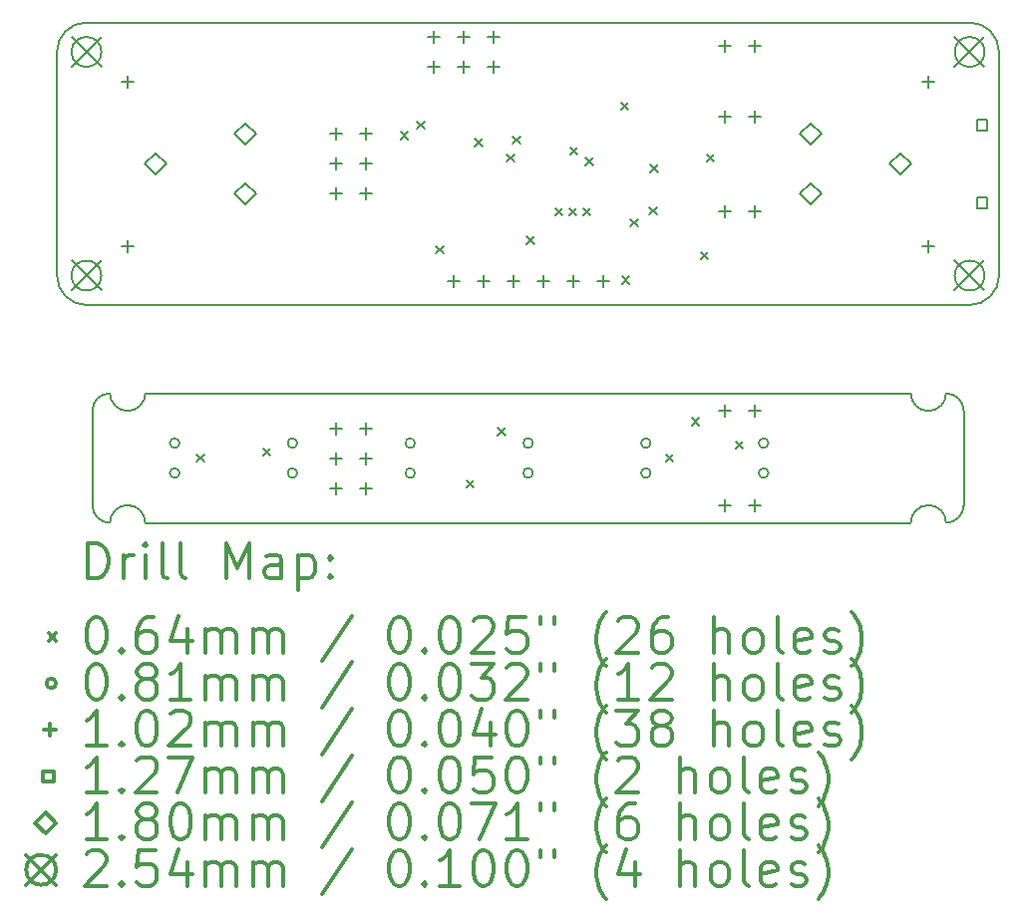
<source format=gbr>
%FSLAX45Y45*%
G04 Gerber Fmt 4.5, Leading zero omitted, Abs format (unit mm)*
G04 Created by KiCad (PCBNEW (2014-12-11 BZR 5320)-product) date Tue Feb  3 18:01:35 2015*
%MOMM*%
G01*
G04 APERTURE LIST*
%ADD10C,0.127000*%
%ADD11C,0.150000*%
%ADD12C,0.200000*%
%ADD13C,0.300000*%
G04 APERTURE END LIST*
D10*
D11*
X7350000Y-6950000D02*
X7450000Y-6950000D01*
X7350000Y-6200000D02*
X7450000Y-6200000D01*
X7450000Y-6950000D02*
X10650000Y-6950000D01*
X7350000Y-6950000D02*
X4150000Y-6950000D01*
X11100000Y-7900000D02*
X11100000Y-7100000D01*
X4150000Y-8050000D02*
X10650000Y-8050000D01*
X3700000Y-7100000D02*
X3700000Y-7900000D01*
X10950000Y-8050000D02*
G75*
G03X11100000Y-7900000I0J150000D01*
G01*
X11100000Y-7100000D02*
G75*
G03X10950000Y-6950000I-150000J0D01*
G01*
X3700000Y-7900000D02*
G75*
G03X3850000Y-8050000I150000J0D01*
G01*
X3850000Y-6950000D02*
G75*
G03X3700000Y-7100000I0J-150000D01*
G01*
X10950000Y-8050000D02*
G75*
G03X10800000Y-7900000I-150000J0D01*
G01*
X10800000Y-7900000D02*
G75*
G03X10650000Y-8050000I0J-150000D01*
G01*
X10800000Y-7100000D02*
G75*
G03X10950000Y-6950000I0J150000D01*
G01*
X10650000Y-6950000D02*
G75*
G03X10800000Y-7100000I150000J0D01*
G01*
X4150000Y-8050000D02*
G75*
G03X4000000Y-7900000I-150000J0D01*
G01*
X4000000Y-7900000D02*
G75*
G03X3850000Y-8050000I0J-150000D01*
G01*
X3850000Y-6950000D02*
G75*
G03X4000000Y-7100000I150000J0D01*
G01*
X4000000Y-7100000D02*
G75*
G03X4150000Y-6950000I0J150000D01*
G01*
X11150000Y-3800000D02*
X3650000Y-3800000D01*
X11400000Y-5950000D02*
X11400000Y-4050000D01*
X7450000Y-6200000D02*
X11150000Y-6200000D01*
X3650000Y-6200000D02*
X7350000Y-6200000D01*
X3400000Y-4050000D02*
X3400000Y-5950000D01*
X3650000Y-3800000D02*
G75*
G03X3400000Y-4050000I0J-250000D01*
G01*
X3400000Y-5950000D02*
G75*
G03X3650000Y-6200000I250000J0D01*
G01*
X11150000Y-6200000D02*
G75*
G03X11400000Y-5950000I0J250000D01*
G01*
X11400000Y-4050000D02*
G75*
G03X11150000Y-3800000I-250000J0D01*
G01*
D12*
X4588250Y-7468250D02*
X4651750Y-7531750D01*
X4651750Y-7468250D02*
X4588250Y-7531750D01*
X5148250Y-7418250D02*
X5211750Y-7481750D01*
X5211750Y-7418250D02*
X5148250Y-7481750D01*
X6318250Y-4728250D02*
X6381750Y-4791750D01*
X6381750Y-4728250D02*
X6318250Y-4791750D01*
X6458250Y-4638250D02*
X6521750Y-4701750D01*
X6521750Y-4638250D02*
X6458250Y-4701750D01*
X6618250Y-5698250D02*
X6681750Y-5761750D01*
X6681750Y-5698250D02*
X6618250Y-5761750D01*
X6877050Y-7689850D02*
X6940550Y-7753350D01*
X6940550Y-7689850D02*
X6877050Y-7753350D01*
X6948250Y-4788250D02*
X7011750Y-4851750D01*
X7011750Y-4788250D02*
X6948250Y-4851750D01*
X7143250Y-7243250D02*
X7206750Y-7306750D01*
X7206750Y-7243250D02*
X7143250Y-7306750D01*
X7218250Y-4918250D02*
X7281750Y-4981750D01*
X7281750Y-4918250D02*
X7218250Y-4981750D01*
X7268250Y-4768250D02*
X7331750Y-4831750D01*
X7331750Y-4768250D02*
X7268250Y-4831750D01*
X7388250Y-5618250D02*
X7451750Y-5681750D01*
X7451750Y-5618250D02*
X7388250Y-5681750D01*
X7628250Y-5378250D02*
X7691750Y-5441750D01*
X7691750Y-5378250D02*
X7628250Y-5441750D01*
X7748250Y-5378250D02*
X7811750Y-5441750D01*
X7811750Y-5378250D02*
X7748250Y-5441750D01*
X7758250Y-4858250D02*
X7821750Y-4921750D01*
X7821750Y-4858250D02*
X7758250Y-4921750D01*
X7868250Y-5378250D02*
X7931750Y-5441750D01*
X7931750Y-5378250D02*
X7868250Y-5441750D01*
X7888250Y-4948250D02*
X7951750Y-5011750D01*
X7951750Y-4948250D02*
X7888250Y-5011750D01*
X8188250Y-4478250D02*
X8251750Y-4541750D01*
X8251750Y-4478250D02*
X8188250Y-4541750D01*
X8198250Y-5958250D02*
X8261750Y-6021750D01*
X8261750Y-5958250D02*
X8198250Y-6021750D01*
X8268250Y-5468250D02*
X8331750Y-5531750D01*
X8331750Y-5468250D02*
X8268250Y-5531750D01*
X8428250Y-5368250D02*
X8491750Y-5431750D01*
X8491750Y-5368250D02*
X8428250Y-5431750D01*
X8438250Y-5008250D02*
X8501750Y-5071750D01*
X8501750Y-5008250D02*
X8438250Y-5071750D01*
X8568250Y-7468250D02*
X8631750Y-7531750D01*
X8631750Y-7468250D02*
X8568250Y-7531750D01*
X8788250Y-7158250D02*
X8851750Y-7221750D01*
X8851750Y-7158250D02*
X8788250Y-7221750D01*
X8868250Y-5748250D02*
X8931750Y-5811750D01*
X8931750Y-5748250D02*
X8868250Y-5811750D01*
X8918250Y-4918250D02*
X8981750Y-4981750D01*
X8981750Y-4918250D02*
X8918250Y-4981750D01*
X9163050Y-7359650D02*
X9226550Y-7423150D01*
X9226550Y-7359650D02*
X9163050Y-7423150D01*
X4440640Y-7373000D02*
G75*
G03X4440640Y-7373000I-40640J0D01*
G01*
X4440640Y-7627000D02*
G75*
G03X4440640Y-7627000I-40640J0D01*
G01*
X5440640Y-7373000D02*
G75*
G03X5440640Y-7373000I-40640J0D01*
G01*
X5440640Y-7627000D02*
G75*
G03X5440640Y-7627000I-40640J0D01*
G01*
X6440640Y-7373000D02*
G75*
G03X6440640Y-7373000I-40640J0D01*
G01*
X6440640Y-7627000D02*
G75*
G03X6440640Y-7627000I-40640J0D01*
G01*
X7440640Y-7373000D02*
G75*
G03X7440640Y-7373000I-40640J0D01*
G01*
X7440640Y-7627000D02*
G75*
G03X7440640Y-7627000I-40640J0D01*
G01*
X8440640Y-7373000D02*
G75*
G03X8440640Y-7373000I-40640J0D01*
G01*
X8440640Y-7627000D02*
G75*
G03X8440640Y-7627000I-40640J0D01*
G01*
X9440640Y-7373000D02*
G75*
G03X9440640Y-7373000I-40640J0D01*
G01*
X9440640Y-7627000D02*
G75*
G03X9440640Y-7627000I-40640J0D01*
G01*
X4000000Y-4249200D02*
X4000000Y-4350800D01*
X3949200Y-4300000D02*
X4050800Y-4300000D01*
X4000000Y-5649200D02*
X4000000Y-5750800D01*
X3949200Y-5700000D02*
X4050800Y-5700000D01*
X5773000Y-4695200D02*
X5773000Y-4796800D01*
X5722200Y-4746000D02*
X5823800Y-4746000D01*
X5773000Y-4949200D02*
X5773000Y-5050800D01*
X5722200Y-5000000D02*
X5823800Y-5000000D01*
X5773000Y-5203200D02*
X5773000Y-5304800D01*
X5722200Y-5254000D02*
X5823800Y-5254000D01*
X5773000Y-7195200D02*
X5773000Y-7296800D01*
X5722200Y-7246000D02*
X5823800Y-7246000D01*
X5773000Y-7449200D02*
X5773000Y-7550800D01*
X5722200Y-7500000D02*
X5823800Y-7500000D01*
X5773000Y-7703200D02*
X5773000Y-7804800D01*
X5722200Y-7754000D02*
X5823800Y-7754000D01*
X6027000Y-4695200D02*
X6027000Y-4796800D01*
X5976200Y-4746000D02*
X6077800Y-4746000D01*
X6027000Y-4949200D02*
X6027000Y-5050800D01*
X5976200Y-5000000D02*
X6077800Y-5000000D01*
X6027000Y-5203200D02*
X6027000Y-5304800D01*
X5976200Y-5254000D02*
X6077800Y-5254000D01*
X6027000Y-7195200D02*
X6027000Y-7296800D01*
X5976200Y-7246000D02*
X6077800Y-7246000D01*
X6027000Y-7449200D02*
X6027000Y-7550800D01*
X5976200Y-7500000D02*
X6077800Y-7500000D01*
X6027000Y-7703200D02*
X6027000Y-7804800D01*
X5976200Y-7754000D02*
X6077800Y-7754000D01*
X6596000Y-3872200D02*
X6596000Y-3973800D01*
X6545200Y-3923000D02*
X6646800Y-3923000D01*
X6596000Y-4126200D02*
X6596000Y-4227800D01*
X6545200Y-4177000D02*
X6646800Y-4177000D01*
X6765000Y-5949200D02*
X6765000Y-6050800D01*
X6714200Y-6000000D02*
X6815800Y-6000000D01*
X6850000Y-3872200D02*
X6850000Y-3973800D01*
X6799200Y-3923000D02*
X6900800Y-3923000D01*
X6850000Y-4126200D02*
X6850000Y-4227800D01*
X6799200Y-4177000D02*
X6900800Y-4177000D01*
X7019000Y-5949200D02*
X7019000Y-6050800D01*
X6968200Y-6000000D02*
X7069800Y-6000000D01*
X7104000Y-3872200D02*
X7104000Y-3973800D01*
X7053200Y-3923000D02*
X7154800Y-3923000D01*
X7104000Y-4126200D02*
X7104000Y-4227800D01*
X7053200Y-4177000D02*
X7154800Y-4177000D01*
X7273000Y-5949200D02*
X7273000Y-6050800D01*
X7222200Y-6000000D02*
X7323800Y-6000000D01*
X7527000Y-5949200D02*
X7527000Y-6050800D01*
X7476200Y-6000000D02*
X7577800Y-6000000D01*
X7781000Y-5949200D02*
X7781000Y-6050800D01*
X7730200Y-6000000D02*
X7831800Y-6000000D01*
X8035000Y-5949200D02*
X8035000Y-6050800D01*
X7984200Y-6000000D02*
X8085800Y-6000000D01*
X9073000Y-3949200D02*
X9073000Y-4050800D01*
X9022200Y-4000000D02*
X9123800Y-4000000D01*
X9073000Y-4549200D02*
X9073000Y-4650800D01*
X9022200Y-4600000D02*
X9123800Y-4600000D01*
X9073000Y-5349200D02*
X9073000Y-5450800D01*
X9022200Y-5400000D02*
X9123800Y-5400000D01*
X9073000Y-7049200D02*
X9073000Y-7150800D01*
X9022200Y-7100000D02*
X9123800Y-7100000D01*
X9073000Y-7849200D02*
X9073000Y-7950800D01*
X9022200Y-7900000D02*
X9123800Y-7900000D01*
X9327000Y-3949200D02*
X9327000Y-4050800D01*
X9276200Y-4000000D02*
X9377800Y-4000000D01*
X9327000Y-4549200D02*
X9327000Y-4650800D01*
X9276200Y-4600000D02*
X9377800Y-4600000D01*
X9327000Y-5349200D02*
X9327000Y-5450800D01*
X9276200Y-5400000D02*
X9377800Y-5400000D01*
X9327000Y-7049200D02*
X9327000Y-7150800D01*
X9276200Y-7100000D02*
X9377800Y-7100000D01*
X9327000Y-7849200D02*
X9327000Y-7950800D01*
X9276200Y-7900000D02*
X9377800Y-7900000D01*
X10800000Y-4249200D02*
X10800000Y-4350800D01*
X10749200Y-4300000D02*
X10850800Y-4300000D01*
X10800000Y-5649200D02*
X10800000Y-5750800D01*
X10749200Y-5700000D02*
X10850800Y-5700000D01*
X11301902Y-4714902D02*
X11301902Y-4625098D01*
X11212098Y-4625098D01*
X11212098Y-4714902D01*
X11301902Y-4714902D01*
X11301902Y-5374902D02*
X11301902Y-5285098D01*
X11212098Y-5285098D01*
X11212098Y-5374902D01*
X11301902Y-5374902D01*
X4238000Y-5090000D02*
X4328000Y-5000000D01*
X4238000Y-4910000D01*
X4148000Y-5000000D01*
X4238000Y-5090000D01*
X5000000Y-4836000D02*
X5090000Y-4746000D01*
X5000000Y-4656000D01*
X4910000Y-4746000D01*
X5000000Y-4836000D01*
X5000000Y-5344000D02*
X5090000Y-5254000D01*
X5000000Y-5164000D01*
X4910000Y-5254000D01*
X5000000Y-5344000D01*
X9800000Y-4836000D02*
X9890000Y-4746000D01*
X9800000Y-4656000D01*
X9710000Y-4746000D01*
X9800000Y-4836000D01*
X9800000Y-5344000D02*
X9890000Y-5254000D01*
X9800000Y-5164000D01*
X9710000Y-5254000D01*
X9800000Y-5344000D01*
X10562000Y-5090000D02*
X10652000Y-5000000D01*
X10562000Y-4910000D01*
X10472000Y-5000000D01*
X10562000Y-5090000D01*
X3523000Y-3923000D02*
X3777000Y-4177000D01*
X3777000Y-3923000D02*
X3523000Y-4177000D01*
X3777000Y-4050000D02*
G75*
G03X3777000Y-4050000I-127000J0D01*
G01*
X3523000Y-5823000D02*
X3777000Y-6077000D01*
X3777000Y-5823000D02*
X3523000Y-6077000D01*
X3777000Y-5950000D02*
G75*
G03X3777000Y-5950000I-127000J0D01*
G01*
X11023000Y-3923000D02*
X11277000Y-4177000D01*
X11277000Y-3923000D02*
X11023000Y-4177000D01*
X11277000Y-4050000D02*
G75*
G03X11277000Y-4050000I-127000J0D01*
G01*
X11023000Y-5823000D02*
X11277000Y-6077000D01*
X11277000Y-5823000D02*
X11023000Y-6077000D01*
X11277000Y-5950000D02*
G75*
G03X11277000Y-5950000I-127000J0D01*
G01*
D13*
X3663928Y-8523214D02*
X3663928Y-8223214D01*
X3735357Y-8223214D01*
X3778214Y-8237500D01*
X3806786Y-8266071D01*
X3821071Y-8294643D01*
X3835357Y-8351786D01*
X3835357Y-8394643D01*
X3821071Y-8451786D01*
X3806786Y-8480357D01*
X3778214Y-8508929D01*
X3735357Y-8523214D01*
X3663928Y-8523214D01*
X3963928Y-8523214D02*
X3963928Y-8323214D01*
X3963928Y-8380357D02*
X3978214Y-8351786D01*
X3992500Y-8337500D01*
X4021071Y-8323214D01*
X4049643Y-8323214D01*
X4149643Y-8523214D02*
X4149643Y-8323214D01*
X4149643Y-8223214D02*
X4135357Y-8237500D01*
X4149643Y-8251786D01*
X4163928Y-8237500D01*
X4149643Y-8223214D01*
X4149643Y-8251786D01*
X4335357Y-8523214D02*
X4306786Y-8508929D01*
X4292500Y-8480357D01*
X4292500Y-8223214D01*
X4492500Y-8523214D02*
X4463929Y-8508929D01*
X4449643Y-8480357D01*
X4449643Y-8223214D01*
X4835357Y-8523214D02*
X4835357Y-8223214D01*
X4935357Y-8437500D01*
X5035357Y-8223214D01*
X5035357Y-8523214D01*
X5306786Y-8523214D02*
X5306786Y-8366071D01*
X5292500Y-8337500D01*
X5263929Y-8323214D01*
X5206786Y-8323214D01*
X5178214Y-8337500D01*
X5306786Y-8508929D02*
X5278214Y-8523214D01*
X5206786Y-8523214D01*
X5178214Y-8508929D01*
X5163929Y-8480357D01*
X5163929Y-8451786D01*
X5178214Y-8423214D01*
X5206786Y-8408929D01*
X5278214Y-8408929D01*
X5306786Y-8394643D01*
X5449643Y-8323214D02*
X5449643Y-8623214D01*
X5449643Y-8337500D02*
X5478214Y-8323214D01*
X5535357Y-8323214D01*
X5563929Y-8337500D01*
X5578214Y-8351786D01*
X5592500Y-8380357D01*
X5592500Y-8466072D01*
X5578214Y-8494643D01*
X5563929Y-8508929D01*
X5535357Y-8523214D01*
X5478214Y-8523214D01*
X5449643Y-8508929D01*
X5721071Y-8494643D02*
X5735357Y-8508929D01*
X5721071Y-8523214D01*
X5706786Y-8508929D01*
X5721071Y-8494643D01*
X5721071Y-8523214D01*
X5721071Y-8337500D02*
X5735357Y-8351786D01*
X5721071Y-8366071D01*
X5706786Y-8351786D01*
X5721071Y-8337500D01*
X5721071Y-8366071D01*
X3329000Y-8985750D02*
X3392500Y-9049250D01*
X3392500Y-8985750D02*
X3329000Y-9049250D01*
X3721071Y-8853214D02*
X3749643Y-8853214D01*
X3778214Y-8867500D01*
X3792500Y-8881786D01*
X3806786Y-8910357D01*
X3821071Y-8967500D01*
X3821071Y-9038929D01*
X3806786Y-9096072D01*
X3792500Y-9124643D01*
X3778214Y-9138929D01*
X3749643Y-9153214D01*
X3721071Y-9153214D01*
X3692500Y-9138929D01*
X3678214Y-9124643D01*
X3663928Y-9096072D01*
X3649643Y-9038929D01*
X3649643Y-8967500D01*
X3663928Y-8910357D01*
X3678214Y-8881786D01*
X3692500Y-8867500D01*
X3721071Y-8853214D01*
X3949643Y-9124643D02*
X3963928Y-9138929D01*
X3949643Y-9153214D01*
X3935357Y-9138929D01*
X3949643Y-9124643D01*
X3949643Y-9153214D01*
X4221071Y-8853214D02*
X4163928Y-8853214D01*
X4135357Y-8867500D01*
X4121071Y-8881786D01*
X4092500Y-8924643D01*
X4078214Y-8981786D01*
X4078214Y-9096072D01*
X4092500Y-9124643D01*
X4106786Y-9138929D01*
X4135357Y-9153214D01*
X4192500Y-9153214D01*
X4221071Y-9138929D01*
X4235357Y-9124643D01*
X4249643Y-9096072D01*
X4249643Y-9024643D01*
X4235357Y-8996072D01*
X4221071Y-8981786D01*
X4192500Y-8967500D01*
X4135357Y-8967500D01*
X4106786Y-8981786D01*
X4092500Y-8996072D01*
X4078214Y-9024643D01*
X4506786Y-8953214D02*
X4506786Y-9153214D01*
X4435357Y-8838929D02*
X4363929Y-9053214D01*
X4549643Y-9053214D01*
X4663929Y-9153214D02*
X4663929Y-8953214D01*
X4663929Y-8981786D02*
X4678214Y-8967500D01*
X4706786Y-8953214D01*
X4749643Y-8953214D01*
X4778214Y-8967500D01*
X4792500Y-8996072D01*
X4792500Y-9153214D01*
X4792500Y-8996072D02*
X4806786Y-8967500D01*
X4835357Y-8953214D01*
X4878214Y-8953214D01*
X4906786Y-8967500D01*
X4921071Y-8996072D01*
X4921071Y-9153214D01*
X5063929Y-9153214D02*
X5063929Y-8953214D01*
X5063929Y-8981786D02*
X5078214Y-8967500D01*
X5106786Y-8953214D01*
X5149643Y-8953214D01*
X5178214Y-8967500D01*
X5192500Y-8996072D01*
X5192500Y-9153214D01*
X5192500Y-8996072D02*
X5206786Y-8967500D01*
X5235357Y-8953214D01*
X5278214Y-8953214D01*
X5306786Y-8967500D01*
X5321071Y-8996072D01*
X5321071Y-9153214D01*
X5906786Y-8838929D02*
X5649643Y-9224643D01*
X6292500Y-8853214D02*
X6321071Y-8853214D01*
X6349643Y-8867500D01*
X6363928Y-8881786D01*
X6378214Y-8910357D01*
X6392500Y-8967500D01*
X6392500Y-9038929D01*
X6378214Y-9096072D01*
X6363928Y-9124643D01*
X6349643Y-9138929D01*
X6321071Y-9153214D01*
X6292500Y-9153214D01*
X6263928Y-9138929D01*
X6249643Y-9124643D01*
X6235357Y-9096072D01*
X6221071Y-9038929D01*
X6221071Y-8967500D01*
X6235357Y-8910357D01*
X6249643Y-8881786D01*
X6263928Y-8867500D01*
X6292500Y-8853214D01*
X6521071Y-9124643D02*
X6535357Y-9138929D01*
X6521071Y-9153214D01*
X6506786Y-9138929D01*
X6521071Y-9124643D01*
X6521071Y-9153214D01*
X6721071Y-8853214D02*
X6749643Y-8853214D01*
X6778214Y-8867500D01*
X6792500Y-8881786D01*
X6806785Y-8910357D01*
X6821071Y-8967500D01*
X6821071Y-9038929D01*
X6806785Y-9096072D01*
X6792500Y-9124643D01*
X6778214Y-9138929D01*
X6749643Y-9153214D01*
X6721071Y-9153214D01*
X6692500Y-9138929D01*
X6678214Y-9124643D01*
X6663928Y-9096072D01*
X6649643Y-9038929D01*
X6649643Y-8967500D01*
X6663928Y-8910357D01*
X6678214Y-8881786D01*
X6692500Y-8867500D01*
X6721071Y-8853214D01*
X6935357Y-8881786D02*
X6949643Y-8867500D01*
X6978214Y-8853214D01*
X7049643Y-8853214D01*
X7078214Y-8867500D01*
X7092500Y-8881786D01*
X7106785Y-8910357D01*
X7106785Y-8938929D01*
X7092500Y-8981786D01*
X6921071Y-9153214D01*
X7106785Y-9153214D01*
X7378214Y-8853214D02*
X7235357Y-8853214D01*
X7221071Y-8996072D01*
X7235357Y-8981786D01*
X7263928Y-8967500D01*
X7335357Y-8967500D01*
X7363928Y-8981786D01*
X7378214Y-8996072D01*
X7392500Y-9024643D01*
X7392500Y-9096072D01*
X7378214Y-9124643D01*
X7363928Y-9138929D01*
X7335357Y-9153214D01*
X7263928Y-9153214D01*
X7235357Y-9138929D01*
X7221071Y-9124643D01*
X7506786Y-8853214D02*
X7506786Y-8910357D01*
X7621071Y-8853214D02*
X7621071Y-8910357D01*
X8063928Y-9267500D02*
X8049643Y-9253214D01*
X8021071Y-9210357D01*
X8006785Y-9181786D01*
X7992500Y-9138929D01*
X7978214Y-9067500D01*
X7978214Y-9010357D01*
X7992500Y-8938929D01*
X8006785Y-8896072D01*
X8021071Y-8867500D01*
X8049643Y-8824643D01*
X8063928Y-8810357D01*
X8163928Y-8881786D02*
X8178214Y-8867500D01*
X8206785Y-8853214D01*
X8278214Y-8853214D01*
X8306785Y-8867500D01*
X8321071Y-8881786D01*
X8335357Y-8910357D01*
X8335357Y-8938929D01*
X8321071Y-8981786D01*
X8149643Y-9153214D01*
X8335357Y-9153214D01*
X8592500Y-8853214D02*
X8535357Y-8853214D01*
X8506786Y-8867500D01*
X8492500Y-8881786D01*
X8463928Y-8924643D01*
X8449643Y-8981786D01*
X8449643Y-9096072D01*
X8463928Y-9124643D01*
X8478214Y-9138929D01*
X8506786Y-9153214D01*
X8563928Y-9153214D01*
X8592500Y-9138929D01*
X8606786Y-9124643D01*
X8621071Y-9096072D01*
X8621071Y-9024643D01*
X8606786Y-8996072D01*
X8592500Y-8981786D01*
X8563928Y-8967500D01*
X8506786Y-8967500D01*
X8478214Y-8981786D01*
X8463928Y-8996072D01*
X8449643Y-9024643D01*
X8978214Y-9153214D02*
X8978214Y-8853214D01*
X9106786Y-9153214D02*
X9106786Y-8996072D01*
X9092500Y-8967500D01*
X9063928Y-8953214D01*
X9021071Y-8953214D01*
X8992500Y-8967500D01*
X8978214Y-8981786D01*
X9292500Y-9153214D02*
X9263928Y-9138929D01*
X9249643Y-9124643D01*
X9235357Y-9096072D01*
X9235357Y-9010357D01*
X9249643Y-8981786D01*
X9263928Y-8967500D01*
X9292500Y-8953214D01*
X9335357Y-8953214D01*
X9363928Y-8967500D01*
X9378214Y-8981786D01*
X9392500Y-9010357D01*
X9392500Y-9096072D01*
X9378214Y-9124643D01*
X9363928Y-9138929D01*
X9335357Y-9153214D01*
X9292500Y-9153214D01*
X9563928Y-9153214D02*
X9535357Y-9138929D01*
X9521071Y-9110357D01*
X9521071Y-8853214D01*
X9792500Y-9138929D02*
X9763929Y-9153214D01*
X9706786Y-9153214D01*
X9678214Y-9138929D01*
X9663929Y-9110357D01*
X9663929Y-8996072D01*
X9678214Y-8967500D01*
X9706786Y-8953214D01*
X9763929Y-8953214D01*
X9792500Y-8967500D01*
X9806786Y-8996072D01*
X9806786Y-9024643D01*
X9663929Y-9053214D01*
X9921071Y-9138929D02*
X9949643Y-9153214D01*
X10006786Y-9153214D01*
X10035357Y-9138929D01*
X10049643Y-9110357D01*
X10049643Y-9096072D01*
X10035357Y-9067500D01*
X10006786Y-9053214D01*
X9963929Y-9053214D01*
X9935357Y-9038929D01*
X9921071Y-9010357D01*
X9921071Y-8996072D01*
X9935357Y-8967500D01*
X9963929Y-8953214D01*
X10006786Y-8953214D01*
X10035357Y-8967500D01*
X10149643Y-9267500D02*
X10163929Y-9253214D01*
X10192500Y-9210357D01*
X10206786Y-9181786D01*
X10221071Y-9138929D01*
X10235357Y-9067500D01*
X10235357Y-9010357D01*
X10221071Y-8938929D01*
X10206786Y-8896072D01*
X10192500Y-8867500D01*
X10163929Y-8824643D01*
X10149643Y-8810357D01*
X3392500Y-9413500D02*
G75*
G03X3392500Y-9413500I-40640J0D01*
G01*
X3721071Y-9249214D02*
X3749643Y-9249214D01*
X3778214Y-9263500D01*
X3792500Y-9277786D01*
X3806786Y-9306357D01*
X3821071Y-9363500D01*
X3821071Y-9434929D01*
X3806786Y-9492072D01*
X3792500Y-9520643D01*
X3778214Y-9534929D01*
X3749643Y-9549214D01*
X3721071Y-9549214D01*
X3692500Y-9534929D01*
X3678214Y-9520643D01*
X3663928Y-9492072D01*
X3649643Y-9434929D01*
X3649643Y-9363500D01*
X3663928Y-9306357D01*
X3678214Y-9277786D01*
X3692500Y-9263500D01*
X3721071Y-9249214D01*
X3949643Y-9520643D02*
X3963928Y-9534929D01*
X3949643Y-9549214D01*
X3935357Y-9534929D01*
X3949643Y-9520643D01*
X3949643Y-9549214D01*
X4135357Y-9377786D02*
X4106786Y-9363500D01*
X4092500Y-9349214D01*
X4078214Y-9320643D01*
X4078214Y-9306357D01*
X4092500Y-9277786D01*
X4106786Y-9263500D01*
X4135357Y-9249214D01*
X4192500Y-9249214D01*
X4221071Y-9263500D01*
X4235357Y-9277786D01*
X4249643Y-9306357D01*
X4249643Y-9320643D01*
X4235357Y-9349214D01*
X4221071Y-9363500D01*
X4192500Y-9377786D01*
X4135357Y-9377786D01*
X4106786Y-9392072D01*
X4092500Y-9406357D01*
X4078214Y-9434929D01*
X4078214Y-9492072D01*
X4092500Y-9520643D01*
X4106786Y-9534929D01*
X4135357Y-9549214D01*
X4192500Y-9549214D01*
X4221071Y-9534929D01*
X4235357Y-9520643D01*
X4249643Y-9492072D01*
X4249643Y-9434929D01*
X4235357Y-9406357D01*
X4221071Y-9392072D01*
X4192500Y-9377786D01*
X4535357Y-9549214D02*
X4363929Y-9549214D01*
X4449643Y-9549214D02*
X4449643Y-9249214D01*
X4421071Y-9292072D01*
X4392500Y-9320643D01*
X4363929Y-9334929D01*
X4663929Y-9549214D02*
X4663929Y-9349214D01*
X4663929Y-9377786D02*
X4678214Y-9363500D01*
X4706786Y-9349214D01*
X4749643Y-9349214D01*
X4778214Y-9363500D01*
X4792500Y-9392072D01*
X4792500Y-9549214D01*
X4792500Y-9392072D02*
X4806786Y-9363500D01*
X4835357Y-9349214D01*
X4878214Y-9349214D01*
X4906786Y-9363500D01*
X4921071Y-9392072D01*
X4921071Y-9549214D01*
X5063929Y-9549214D02*
X5063929Y-9349214D01*
X5063929Y-9377786D02*
X5078214Y-9363500D01*
X5106786Y-9349214D01*
X5149643Y-9349214D01*
X5178214Y-9363500D01*
X5192500Y-9392072D01*
X5192500Y-9549214D01*
X5192500Y-9392072D02*
X5206786Y-9363500D01*
X5235357Y-9349214D01*
X5278214Y-9349214D01*
X5306786Y-9363500D01*
X5321071Y-9392072D01*
X5321071Y-9549214D01*
X5906786Y-9234929D02*
X5649643Y-9620643D01*
X6292500Y-9249214D02*
X6321071Y-9249214D01*
X6349643Y-9263500D01*
X6363928Y-9277786D01*
X6378214Y-9306357D01*
X6392500Y-9363500D01*
X6392500Y-9434929D01*
X6378214Y-9492072D01*
X6363928Y-9520643D01*
X6349643Y-9534929D01*
X6321071Y-9549214D01*
X6292500Y-9549214D01*
X6263928Y-9534929D01*
X6249643Y-9520643D01*
X6235357Y-9492072D01*
X6221071Y-9434929D01*
X6221071Y-9363500D01*
X6235357Y-9306357D01*
X6249643Y-9277786D01*
X6263928Y-9263500D01*
X6292500Y-9249214D01*
X6521071Y-9520643D02*
X6535357Y-9534929D01*
X6521071Y-9549214D01*
X6506786Y-9534929D01*
X6521071Y-9520643D01*
X6521071Y-9549214D01*
X6721071Y-9249214D02*
X6749643Y-9249214D01*
X6778214Y-9263500D01*
X6792500Y-9277786D01*
X6806785Y-9306357D01*
X6821071Y-9363500D01*
X6821071Y-9434929D01*
X6806785Y-9492072D01*
X6792500Y-9520643D01*
X6778214Y-9534929D01*
X6749643Y-9549214D01*
X6721071Y-9549214D01*
X6692500Y-9534929D01*
X6678214Y-9520643D01*
X6663928Y-9492072D01*
X6649643Y-9434929D01*
X6649643Y-9363500D01*
X6663928Y-9306357D01*
X6678214Y-9277786D01*
X6692500Y-9263500D01*
X6721071Y-9249214D01*
X6921071Y-9249214D02*
X7106785Y-9249214D01*
X7006785Y-9363500D01*
X7049643Y-9363500D01*
X7078214Y-9377786D01*
X7092500Y-9392072D01*
X7106785Y-9420643D01*
X7106785Y-9492072D01*
X7092500Y-9520643D01*
X7078214Y-9534929D01*
X7049643Y-9549214D01*
X6963928Y-9549214D01*
X6935357Y-9534929D01*
X6921071Y-9520643D01*
X7221071Y-9277786D02*
X7235357Y-9263500D01*
X7263928Y-9249214D01*
X7335357Y-9249214D01*
X7363928Y-9263500D01*
X7378214Y-9277786D01*
X7392500Y-9306357D01*
X7392500Y-9334929D01*
X7378214Y-9377786D01*
X7206785Y-9549214D01*
X7392500Y-9549214D01*
X7506786Y-9249214D02*
X7506786Y-9306357D01*
X7621071Y-9249214D02*
X7621071Y-9306357D01*
X8063928Y-9663500D02*
X8049643Y-9649214D01*
X8021071Y-9606357D01*
X8006785Y-9577786D01*
X7992500Y-9534929D01*
X7978214Y-9463500D01*
X7978214Y-9406357D01*
X7992500Y-9334929D01*
X8006785Y-9292072D01*
X8021071Y-9263500D01*
X8049643Y-9220643D01*
X8063928Y-9206357D01*
X8335357Y-9549214D02*
X8163928Y-9549214D01*
X8249643Y-9549214D02*
X8249643Y-9249214D01*
X8221071Y-9292072D01*
X8192500Y-9320643D01*
X8163928Y-9334929D01*
X8449643Y-9277786D02*
X8463928Y-9263500D01*
X8492500Y-9249214D01*
X8563928Y-9249214D01*
X8592500Y-9263500D01*
X8606786Y-9277786D01*
X8621071Y-9306357D01*
X8621071Y-9334929D01*
X8606786Y-9377786D01*
X8435357Y-9549214D01*
X8621071Y-9549214D01*
X8978214Y-9549214D02*
X8978214Y-9249214D01*
X9106786Y-9549214D02*
X9106786Y-9392072D01*
X9092500Y-9363500D01*
X9063928Y-9349214D01*
X9021071Y-9349214D01*
X8992500Y-9363500D01*
X8978214Y-9377786D01*
X9292500Y-9549214D02*
X9263928Y-9534929D01*
X9249643Y-9520643D01*
X9235357Y-9492072D01*
X9235357Y-9406357D01*
X9249643Y-9377786D01*
X9263928Y-9363500D01*
X9292500Y-9349214D01*
X9335357Y-9349214D01*
X9363928Y-9363500D01*
X9378214Y-9377786D01*
X9392500Y-9406357D01*
X9392500Y-9492072D01*
X9378214Y-9520643D01*
X9363928Y-9534929D01*
X9335357Y-9549214D01*
X9292500Y-9549214D01*
X9563928Y-9549214D02*
X9535357Y-9534929D01*
X9521071Y-9506357D01*
X9521071Y-9249214D01*
X9792500Y-9534929D02*
X9763929Y-9549214D01*
X9706786Y-9549214D01*
X9678214Y-9534929D01*
X9663929Y-9506357D01*
X9663929Y-9392072D01*
X9678214Y-9363500D01*
X9706786Y-9349214D01*
X9763929Y-9349214D01*
X9792500Y-9363500D01*
X9806786Y-9392072D01*
X9806786Y-9420643D01*
X9663929Y-9449214D01*
X9921071Y-9534929D02*
X9949643Y-9549214D01*
X10006786Y-9549214D01*
X10035357Y-9534929D01*
X10049643Y-9506357D01*
X10049643Y-9492072D01*
X10035357Y-9463500D01*
X10006786Y-9449214D01*
X9963929Y-9449214D01*
X9935357Y-9434929D01*
X9921071Y-9406357D01*
X9921071Y-9392072D01*
X9935357Y-9363500D01*
X9963929Y-9349214D01*
X10006786Y-9349214D01*
X10035357Y-9363500D01*
X10149643Y-9663500D02*
X10163929Y-9649214D01*
X10192500Y-9606357D01*
X10206786Y-9577786D01*
X10221071Y-9534929D01*
X10235357Y-9463500D01*
X10235357Y-9406357D01*
X10221071Y-9334929D01*
X10206786Y-9292072D01*
X10192500Y-9263500D01*
X10163929Y-9220643D01*
X10149643Y-9206357D01*
X3341700Y-9758700D02*
X3341700Y-9860300D01*
X3290900Y-9809500D02*
X3392500Y-9809500D01*
X3821071Y-9945214D02*
X3649643Y-9945214D01*
X3735357Y-9945214D02*
X3735357Y-9645214D01*
X3706786Y-9688072D01*
X3678214Y-9716643D01*
X3649643Y-9730929D01*
X3949643Y-9916643D02*
X3963928Y-9930929D01*
X3949643Y-9945214D01*
X3935357Y-9930929D01*
X3949643Y-9916643D01*
X3949643Y-9945214D01*
X4149643Y-9645214D02*
X4178214Y-9645214D01*
X4206786Y-9659500D01*
X4221071Y-9673786D01*
X4235357Y-9702357D01*
X4249643Y-9759500D01*
X4249643Y-9830929D01*
X4235357Y-9888072D01*
X4221071Y-9916643D01*
X4206786Y-9930929D01*
X4178214Y-9945214D01*
X4149643Y-9945214D01*
X4121071Y-9930929D01*
X4106786Y-9916643D01*
X4092500Y-9888072D01*
X4078214Y-9830929D01*
X4078214Y-9759500D01*
X4092500Y-9702357D01*
X4106786Y-9673786D01*
X4121071Y-9659500D01*
X4149643Y-9645214D01*
X4363929Y-9673786D02*
X4378214Y-9659500D01*
X4406786Y-9645214D01*
X4478214Y-9645214D01*
X4506786Y-9659500D01*
X4521071Y-9673786D01*
X4535357Y-9702357D01*
X4535357Y-9730929D01*
X4521071Y-9773786D01*
X4349643Y-9945214D01*
X4535357Y-9945214D01*
X4663929Y-9945214D02*
X4663929Y-9745214D01*
X4663929Y-9773786D02*
X4678214Y-9759500D01*
X4706786Y-9745214D01*
X4749643Y-9745214D01*
X4778214Y-9759500D01*
X4792500Y-9788072D01*
X4792500Y-9945214D01*
X4792500Y-9788072D02*
X4806786Y-9759500D01*
X4835357Y-9745214D01*
X4878214Y-9745214D01*
X4906786Y-9759500D01*
X4921071Y-9788072D01*
X4921071Y-9945214D01*
X5063929Y-9945214D02*
X5063929Y-9745214D01*
X5063929Y-9773786D02*
X5078214Y-9759500D01*
X5106786Y-9745214D01*
X5149643Y-9745214D01*
X5178214Y-9759500D01*
X5192500Y-9788072D01*
X5192500Y-9945214D01*
X5192500Y-9788072D02*
X5206786Y-9759500D01*
X5235357Y-9745214D01*
X5278214Y-9745214D01*
X5306786Y-9759500D01*
X5321071Y-9788072D01*
X5321071Y-9945214D01*
X5906786Y-9630929D02*
X5649643Y-10016643D01*
X6292500Y-9645214D02*
X6321071Y-9645214D01*
X6349643Y-9659500D01*
X6363928Y-9673786D01*
X6378214Y-9702357D01*
X6392500Y-9759500D01*
X6392500Y-9830929D01*
X6378214Y-9888072D01*
X6363928Y-9916643D01*
X6349643Y-9930929D01*
X6321071Y-9945214D01*
X6292500Y-9945214D01*
X6263928Y-9930929D01*
X6249643Y-9916643D01*
X6235357Y-9888072D01*
X6221071Y-9830929D01*
X6221071Y-9759500D01*
X6235357Y-9702357D01*
X6249643Y-9673786D01*
X6263928Y-9659500D01*
X6292500Y-9645214D01*
X6521071Y-9916643D02*
X6535357Y-9930929D01*
X6521071Y-9945214D01*
X6506786Y-9930929D01*
X6521071Y-9916643D01*
X6521071Y-9945214D01*
X6721071Y-9645214D02*
X6749643Y-9645214D01*
X6778214Y-9659500D01*
X6792500Y-9673786D01*
X6806785Y-9702357D01*
X6821071Y-9759500D01*
X6821071Y-9830929D01*
X6806785Y-9888072D01*
X6792500Y-9916643D01*
X6778214Y-9930929D01*
X6749643Y-9945214D01*
X6721071Y-9945214D01*
X6692500Y-9930929D01*
X6678214Y-9916643D01*
X6663928Y-9888072D01*
X6649643Y-9830929D01*
X6649643Y-9759500D01*
X6663928Y-9702357D01*
X6678214Y-9673786D01*
X6692500Y-9659500D01*
X6721071Y-9645214D01*
X7078214Y-9745214D02*
X7078214Y-9945214D01*
X7006785Y-9630929D02*
X6935357Y-9845214D01*
X7121071Y-9845214D01*
X7292500Y-9645214D02*
X7321071Y-9645214D01*
X7349643Y-9659500D01*
X7363928Y-9673786D01*
X7378214Y-9702357D01*
X7392500Y-9759500D01*
X7392500Y-9830929D01*
X7378214Y-9888072D01*
X7363928Y-9916643D01*
X7349643Y-9930929D01*
X7321071Y-9945214D01*
X7292500Y-9945214D01*
X7263928Y-9930929D01*
X7249643Y-9916643D01*
X7235357Y-9888072D01*
X7221071Y-9830929D01*
X7221071Y-9759500D01*
X7235357Y-9702357D01*
X7249643Y-9673786D01*
X7263928Y-9659500D01*
X7292500Y-9645214D01*
X7506786Y-9645214D02*
X7506786Y-9702357D01*
X7621071Y-9645214D02*
X7621071Y-9702357D01*
X8063928Y-10059500D02*
X8049643Y-10045214D01*
X8021071Y-10002357D01*
X8006785Y-9973786D01*
X7992500Y-9930929D01*
X7978214Y-9859500D01*
X7978214Y-9802357D01*
X7992500Y-9730929D01*
X8006785Y-9688072D01*
X8021071Y-9659500D01*
X8049643Y-9616643D01*
X8063928Y-9602357D01*
X8149643Y-9645214D02*
X8335357Y-9645214D01*
X8235357Y-9759500D01*
X8278214Y-9759500D01*
X8306785Y-9773786D01*
X8321071Y-9788072D01*
X8335357Y-9816643D01*
X8335357Y-9888072D01*
X8321071Y-9916643D01*
X8306785Y-9930929D01*
X8278214Y-9945214D01*
X8192500Y-9945214D01*
X8163928Y-9930929D01*
X8149643Y-9916643D01*
X8506786Y-9773786D02*
X8478214Y-9759500D01*
X8463928Y-9745214D01*
X8449643Y-9716643D01*
X8449643Y-9702357D01*
X8463928Y-9673786D01*
X8478214Y-9659500D01*
X8506786Y-9645214D01*
X8563928Y-9645214D01*
X8592500Y-9659500D01*
X8606786Y-9673786D01*
X8621071Y-9702357D01*
X8621071Y-9716643D01*
X8606786Y-9745214D01*
X8592500Y-9759500D01*
X8563928Y-9773786D01*
X8506786Y-9773786D01*
X8478214Y-9788072D01*
X8463928Y-9802357D01*
X8449643Y-9830929D01*
X8449643Y-9888072D01*
X8463928Y-9916643D01*
X8478214Y-9930929D01*
X8506786Y-9945214D01*
X8563928Y-9945214D01*
X8592500Y-9930929D01*
X8606786Y-9916643D01*
X8621071Y-9888072D01*
X8621071Y-9830929D01*
X8606786Y-9802357D01*
X8592500Y-9788072D01*
X8563928Y-9773786D01*
X8978214Y-9945214D02*
X8978214Y-9645214D01*
X9106786Y-9945214D02*
X9106786Y-9788072D01*
X9092500Y-9759500D01*
X9063928Y-9745214D01*
X9021071Y-9745214D01*
X8992500Y-9759500D01*
X8978214Y-9773786D01*
X9292500Y-9945214D02*
X9263928Y-9930929D01*
X9249643Y-9916643D01*
X9235357Y-9888072D01*
X9235357Y-9802357D01*
X9249643Y-9773786D01*
X9263928Y-9759500D01*
X9292500Y-9745214D01*
X9335357Y-9745214D01*
X9363928Y-9759500D01*
X9378214Y-9773786D01*
X9392500Y-9802357D01*
X9392500Y-9888072D01*
X9378214Y-9916643D01*
X9363928Y-9930929D01*
X9335357Y-9945214D01*
X9292500Y-9945214D01*
X9563928Y-9945214D02*
X9535357Y-9930929D01*
X9521071Y-9902357D01*
X9521071Y-9645214D01*
X9792500Y-9930929D02*
X9763929Y-9945214D01*
X9706786Y-9945214D01*
X9678214Y-9930929D01*
X9663929Y-9902357D01*
X9663929Y-9788072D01*
X9678214Y-9759500D01*
X9706786Y-9745214D01*
X9763929Y-9745214D01*
X9792500Y-9759500D01*
X9806786Y-9788072D01*
X9806786Y-9816643D01*
X9663929Y-9845214D01*
X9921071Y-9930929D02*
X9949643Y-9945214D01*
X10006786Y-9945214D01*
X10035357Y-9930929D01*
X10049643Y-9902357D01*
X10049643Y-9888072D01*
X10035357Y-9859500D01*
X10006786Y-9845214D01*
X9963929Y-9845214D01*
X9935357Y-9830929D01*
X9921071Y-9802357D01*
X9921071Y-9788072D01*
X9935357Y-9759500D01*
X9963929Y-9745214D01*
X10006786Y-9745214D01*
X10035357Y-9759500D01*
X10149643Y-10059500D02*
X10163929Y-10045214D01*
X10192500Y-10002357D01*
X10206786Y-9973786D01*
X10221071Y-9930929D01*
X10235357Y-9859500D01*
X10235357Y-9802357D01*
X10221071Y-9730929D01*
X10206786Y-9688072D01*
X10192500Y-9659500D01*
X10163929Y-9616643D01*
X10149643Y-9602357D01*
X3373902Y-10250402D02*
X3373902Y-10160598D01*
X3284098Y-10160598D01*
X3284098Y-10250402D01*
X3373902Y-10250402D01*
X3821071Y-10341214D02*
X3649643Y-10341214D01*
X3735357Y-10341214D02*
X3735357Y-10041214D01*
X3706786Y-10084072D01*
X3678214Y-10112643D01*
X3649643Y-10126929D01*
X3949643Y-10312643D02*
X3963928Y-10326929D01*
X3949643Y-10341214D01*
X3935357Y-10326929D01*
X3949643Y-10312643D01*
X3949643Y-10341214D01*
X4078214Y-10069786D02*
X4092500Y-10055500D01*
X4121071Y-10041214D01*
X4192500Y-10041214D01*
X4221071Y-10055500D01*
X4235357Y-10069786D01*
X4249643Y-10098357D01*
X4249643Y-10126929D01*
X4235357Y-10169786D01*
X4063928Y-10341214D01*
X4249643Y-10341214D01*
X4349643Y-10041214D02*
X4549643Y-10041214D01*
X4421071Y-10341214D01*
X4663929Y-10341214D02*
X4663929Y-10141214D01*
X4663929Y-10169786D02*
X4678214Y-10155500D01*
X4706786Y-10141214D01*
X4749643Y-10141214D01*
X4778214Y-10155500D01*
X4792500Y-10184072D01*
X4792500Y-10341214D01*
X4792500Y-10184072D02*
X4806786Y-10155500D01*
X4835357Y-10141214D01*
X4878214Y-10141214D01*
X4906786Y-10155500D01*
X4921071Y-10184072D01*
X4921071Y-10341214D01*
X5063929Y-10341214D02*
X5063929Y-10141214D01*
X5063929Y-10169786D02*
X5078214Y-10155500D01*
X5106786Y-10141214D01*
X5149643Y-10141214D01*
X5178214Y-10155500D01*
X5192500Y-10184072D01*
X5192500Y-10341214D01*
X5192500Y-10184072D02*
X5206786Y-10155500D01*
X5235357Y-10141214D01*
X5278214Y-10141214D01*
X5306786Y-10155500D01*
X5321071Y-10184072D01*
X5321071Y-10341214D01*
X5906786Y-10026929D02*
X5649643Y-10412643D01*
X6292500Y-10041214D02*
X6321071Y-10041214D01*
X6349643Y-10055500D01*
X6363928Y-10069786D01*
X6378214Y-10098357D01*
X6392500Y-10155500D01*
X6392500Y-10226929D01*
X6378214Y-10284072D01*
X6363928Y-10312643D01*
X6349643Y-10326929D01*
X6321071Y-10341214D01*
X6292500Y-10341214D01*
X6263928Y-10326929D01*
X6249643Y-10312643D01*
X6235357Y-10284072D01*
X6221071Y-10226929D01*
X6221071Y-10155500D01*
X6235357Y-10098357D01*
X6249643Y-10069786D01*
X6263928Y-10055500D01*
X6292500Y-10041214D01*
X6521071Y-10312643D02*
X6535357Y-10326929D01*
X6521071Y-10341214D01*
X6506786Y-10326929D01*
X6521071Y-10312643D01*
X6521071Y-10341214D01*
X6721071Y-10041214D02*
X6749643Y-10041214D01*
X6778214Y-10055500D01*
X6792500Y-10069786D01*
X6806785Y-10098357D01*
X6821071Y-10155500D01*
X6821071Y-10226929D01*
X6806785Y-10284072D01*
X6792500Y-10312643D01*
X6778214Y-10326929D01*
X6749643Y-10341214D01*
X6721071Y-10341214D01*
X6692500Y-10326929D01*
X6678214Y-10312643D01*
X6663928Y-10284072D01*
X6649643Y-10226929D01*
X6649643Y-10155500D01*
X6663928Y-10098357D01*
X6678214Y-10069786D01*
X6692500Y-10055500D01*
X6721071Y-10041214D01*
X7092500Y-10041214D02*
X6949643Y-10041214D01*
X6935357Y-10184072D01*
X6949643Y-10169786D01*
X6978214Y-10155500D01*
X7049643Y-10155500D01*
X7078214Y-10169786D01*
X7092500Y-10184072D01*
X7106785Y-10212643D01*
X7106785Y-10284072D01*
X7092500Y-10312643D01*
X7078214Y-10326929D01*
X7049643Y-10341214D01*
X6978214Y-10341214D01*
X6949643Y-10326929D01*
X6935357Y-10312643D01*
X7292500Y-10041214D02*
X7321071Y-10041214D01*
X7349643Y-10055500D01*
X7363928Y-10069786D01*
X7378214Y-10098357D01*
X7392500Y-10155500D01*
X7392500Y-10226929D01*
X7378214Y-10284072D01*
X7363928Y-10312643D01*
X7349643Y-10326929D01*
X7321071Y-10341214D01*
X7292500Y-10341214D01*
X7263928Y-10326929D01*
X7249643Y-10312643D01*
X7235357Y-10284072D01*
X7221071Y-10226929D01*
X7221071Y-10155500D01*
X7235357Y-10098357D01*
X7249643Y-10069786D01*
X7263928Y-10055500D01*
X7292500Y-10041214D01*
X7506786Y-10041214D02*
X7506786Y-10098357D01*
X7621071Y-10041214D02*
X7621071Y-10098357D01*
X8063928Y-10455500D02*
X8049643Y-10441214D01*
X8021071Y-10398357D01*
X8006785Y-10369786D01*
X7992500Y-10326929D01*
X7978214Y-10255500D01*
X7978214Y-10198357D01*
X7992500Y-10126929D01*
X8006785Y-10084072D01*
X8021071Y-10055500D01*
X8049643Y-10012643D01*
X8063928Y-9998357D01*
X8163928Y-10069786D02*
X8178214Y-10055500D01*
X8206785Y-10041214D01*
X8278214Y-10041214D01*
X8306785Y-10055500D01*
X8321071Y-10069786D01*
X8335357Y-10098357D01*
X8335357Y-10126929D01*
X8321071Y-10169786D01*
X8149643Y-10341214D01*
X8335357Y-10341214D01*
X8692500Y-10341214D02*
X8692500Y-10041214D01*
X8821071Y-10341214D02*
X8821071Y-10184072D01*
X8806786Y-10155500D01*
X8778214Y-10141214D01*
X8735357Y-10141214D01*
X8706786Y-10155500D01*
X8692500Y-10169786D01*
X9006786Y-10341214D02*
X8978214Y-10326929D01*
X8963928Y-10312643D01*
X8949643Y-10284072D01*
X8949643Y-10198357D01*
X8963928Y-10169786D01*
X8978214Y-10155500D01*
X9006786Y-10141214D01*
X9049643Y-10141214D01*
X9078214Y-10155500D01*
X9092500Y-10169786D01*
X9106786Y-10198357D01*
X9106786Y-10284072D01*
X9092500Y-10312643D01*
X9078214Y-10326929D01*
X9049643Y-10341214D01*
X9006786Y-10341214D01*
X9278214Y-10341214D02*
X9249643Y-10326929D01*
X9235357Y-10298357D01*
X9235357Y-10041214D01*
X9506786Y-10326929D02*
X9478214Y-10341214D01*
X9421071Y-10341214D01*
X9392500Y-10326929D01*
X9378214Y-10298357D01*
X9378214Y-10184072D01*
X9392500Y-10155500D01*
X9421071Y-10141214D01*
X9478214Y-10141214D01*
X9506786Y-10155500D01*
X9521071Y-10184072D01*
X9521071Y-10212643D01*
X9378214Y-10241214D01*
X9635357Y-10326929D02*
X9663929Y-10341214D01*
X9721071Y-10341214D01*
X9749643Y-10326929D01*
X9763929Y-10298357D01*
X9763929Y-10284072D01*
X9749643Y-10255500D01*
X9721071Y-10241214D01*
X9678214Y-10241214D01*
X9649643Y-10226929D01*
X9635357Y-10198357D01*
X9635357Y-10184072D01*
X9649643Y-10155500D01*
X9678214Y-10141214D01*
X9721071Y-10141214D01*
X9749643Y-10155500D01*
X9863928Y-10455500D02*
X9878214Y-10441214D01*
X9906786Y-10398357D01*
X9921071Y-10369786D01*
X9935357Y-10326929D01*
X9949643Y-10255500D01*
X9949643Y-10198357D01*
X9935357Y-10126929D01*
X9921071Y-10084072D01*
X9906786Y-10055500D01*
X9878214Y-10012643D01*
X9863928Y-9998357D01*
X3302500Y-10691500D02*
X3392500Y-10601500D01*
X3302500Y-10511500D01*
X3212500Y-10601500D01*
X3302500Y-10691500D01*
X3821071Y-10737214D02*
X3649643Y-10737214D01*
X3735357Y-10737214D02*
X3735357Y-10437214D01*
X3706786Y-10480072D01*
X3678214Y-10508643D01*
X3649643Y-10522929D01*
X3949643Y-10708643D02*
X3963928Y-10722929D01*
X3949643Y-10737214D01*
X3935357Y-10722929D01*
X3949643Y-10708643D01*
X3949643Y-10737214D01*
X4135357Y-10565786D02*
X4106786Y-10551500D01*
X4092500Y-10537214D01*
X4078214Y-10508643D01*
X4078214Y-10494357D01*
X4092500Y-10465786D01*
X4106786Y-10451500D01*
X4135357Y-10437214D01*
X4192500Y-10437214D01*
X4221071Y-10451500D01*
X4235357Y-10465786D01*
X4249643Y-10494357D01*
X4249643Y-10508643D01*
X4235357Y-10537214D01*
X4221071Y-10551500D01*
X4192500Y-10565786D01*
X4135357Y-10565786D01*
X4106786Y-10580072D01*
X4092500Y-10594357D01*
X4078214Y-10622929D01*
X4078214Y-10680072D01*
X4092500Y-10708643D01*
X4106786Y-10722929D01*
X4135357Y-10737214D01*
X4192500Y-10737214D01*
X4221071Y-10722929D01*
X4235357Y-10708643D01*
X4249643Y-10680072D01*
X4249643Y-10622929D01*
X4235357Y-10594357D01*
X4221071Y-10580072D01*
X4192500Y-10565786D01*
X4435357Y-10437214D02*
X4463929Y-10437214D01*
X4492500Y-10451500D01*
X4506786Y-10465786D01*
X4521071Y-10494357D01*
X4535357Y-10551500D01*
X4535357Y-10622929D01*
X4521071Y-10680072D01*
X4506786Y-10708643D01*
X4492500Y-10722929D01*
X4463929Y-10737214D01*
X4435357Y-10737214D01*
X4406786Y-10722929D01*
X4392500Y-10708643D01*
X4378214Y-10680072D01*
X4363929Y-10622929D01*
X4363929Y-10551500D01*
X4378214Y-10494357D01*
X4392500Y-10465786D01*
X4406786Y-10451500D01*
X4435357Y-10437214D01*
X4663929Y-10737214D02*
X4663929Y-10537214D01*
X4663929Y-10565786D02*
X4678214Y-10551500D01*
X4706786Y-10537214D01*
X4749643Y-10537214D01*
X4778214Y-10551500D01*
X4792500Y-10580072D01*
X4792500Y-10737214D01*
X4792500Y-10580072D02*
X4806786Y-10551500D01*
X4835357Y-10537214D01*
X4878214Y-10537214D01*
X4906786Y-10551500D01*
X4921071Y-10580072D01*
X4921071Y-10737214D01*
X5063929Y-10737214D02*
X5063929Y-10537214D01*
X5063929Y-10565786D02*
X5078214Y-10551500D01*
X5106786Y-10537214D01*
X5149643Y-10537214D01*
X5178214Y-10551500D01*
X5192500Y-10580072D01*
X5192500Y-10737214D01*
X5192500Y-10580072D02*
X5206786Y-10551500D01*
X5235357Y-10537214D01*
X5278214Y-10537214D01*
X5306786Y-10551500D01*
X5321071Y-10580072D01*
X5321071Y-10737214D01*
X5906786Y-10422929D02*
X5649643Y-10808643D01*
X6292500Y-10437214D02*
X6321071Y-10437214D01*
X6349643Y-10451500D01*
X6363928Y-10465786D01*
X6378214Y-10494357D01*
X6392500Y-10551500D01*
X6392500Y-10622929D01*
X6378214Y-10680072D01*
X6363928Y-10708643D01*
X6349643Y-10722929D01*
X6321071Y-10737214D01*
X6292500Y-10737214D01*
X6263928Y-10722929D01*
X6249643Y-10708643D01*
X6235357Y-10680072D01*
X6221071Y-10622929D01*
X6221071Y-10551500D01*
X6235357Y-10494357D01*
X6249643Y-10465786D01*
X6263928Y-10451500D01*
X6292500Y-10437214D01*
X6521071Y-10708643D02*
X6535357Y-10722929D01*
X6521071Y-10737214D01*
X6506786Y-10722929D01*
X6521071Y-10708643D01*
X6521071Y-10737214D01*
X6721071Y-10437214D02*
X6749643Y-10437214D01*
X6778214Y-10451500D01*
X6792500Y-10465786D01*
X6806785Y-10494357D01*
X6821071Y-10551500D01*
X6821071Y-10622929D01*
X6806785Y-10680072D01*
X6792500Y-10708643D01*
X6778214Y-10722929D01*
X6749643Y-10737214D01*
X6721071Y-10737214D01*
X6692500Y-10722929D01*
X6678214Y-10708643D01*
X6663928Y-10680072D01*
X6649643Y-10622929D01*
X6649643Y-10551500D01*
X6663928Y-10494357D01*
X6678214Y-10465786D01*
X6692500Y-10451500D01*
X6721071Y-10437214D01*
X6921071Y-10437214D02*
X7121071Y-10437214D01*
X6992500Y-10737214D01*
X7392500Y-10737214D02*
X7221071Y-10737214D01*
X7306785Y-10737214D02*
X7306785Y-10437214D01*
X7278214Y-10480072D01*
X7249643Y-10508643D01*
X7221071Y-10522929D01*
X7506786Y-10437214D02*
X7506786Y-10494357D01*
X7621071Y-10437214D02*
X7621071Y-10494357D01*
X8063928Y-10851500D02*
X8049643Y-10837214D01*
X8021071Y-10794357D01*
X8006785Y-10765786D01*
X7992500Y-10722929D01*
X7978214Y-10651500D01*
X7978214Y-10594357D01*
X7992500Y-10522929D01*
X8006785Y-10480072D01*
X8021071Y-10451500D01*
X8049643Y-10408643D01*
X8063928Y-10394357D01*
X8306785Y-10437214D02*
X8249643Y-10437214D01*
X8221071Y-10451500D01*
X8206785Y-10465786D01*
X8178214Y-10508643D01*
X8163928Y-10565786D01*
X8163928Y-10680072D01*
X8178214Y-10708643D01*
X8192500Y-10722929D01*
X8221071Y-10737214D01*
X8278214Y-10737214D01*
X8306785Y-10722929D01*
X8321071Y-10708643D01*
X8335357Y-10680072D01*
X8335357Y-10608643D01*
X8321071Y-10580072D01*
X8306785Y-10565786D01*
X8278214Y-10551500D01*
X8221071Y-10551500D01*
X8192500Y-10565786D01*
X8178214Y-10580072D01*
X8163928Y-10608643D01*
X8692500Y-10737214D02*
X8692500Y-10437214D01*
X8821071Y-10737214D02*
X8821071Y-10580072D01*
X8806786Y-10551500D01*
X8778214Y-10537214D01*
X8735357Y-10537214D01*
X8706786Y-10551500D01*
X8692500Y-10565786D01*
X9006786Y-10737214D02*
X8978214Y-10722929D01*
X8963928Y-10708643D01*
X8949643Y-10680072D01*
X8949643Y-10594357D01*
X8963928Y-10565786D01*
X8978214Y-10551500D01*
X9006786Y-10537214D01*
X9049643Y-10537214D01*
X9078214Y-10551500D01*
X9092500Y-10565786D01*
X9106786Y-10594357D01*
X9106786Y-10680072D01*
X9092500Y-10708643D01*
X9078214Y-10722929D01*
X9049643Y-10737214D01*
X9006786Y-10737214D01*
X9278214Y-10737214D02*
X9249643Y-10722929D01*
X9235357Y-10694357D01*
X9235357Y-10437214D01*
X9506786Y-10722929D02*
X9478214Y-10737214D01*
X9421071Y-10737214D01*
X9392500Y-10722929D01*
X9378214Y-10694357D01*
X9378214Y-10580072D01*
X9392500Y-10551500D01*
X9421071Y-10537214D01*
X9478214Y-10537214D01*
X9506786Y-10551500D01*
X9521071Y-10580072D01*
X9521071Y-10608643D01*
X9378214Y-10637214D01*
X9635357Y-10722929D02*
X9663929Y-10737214D01*
X9721071Y-10737214D01*
X9749643Y-10722929D01*
X9763929Y-10694357D01*
X9763929Y-10680072D01*
X9749643Y-10651500D01*
X9721071Y-10637214D01*
X9678214Y-10637214D01*
X9649643Y-10622929D01*
X9635357Y-10594357D01*
X9635357Y-10580072D01*
X9649643Y-10551500D01*
X9678214Y-10537214D01*
X9721071Y-10537214D01*
X9749643Y-10551500D01*
X9863928Y-10851500D02*
X9878214Y-10837214D01*
X9906786Y-10794357D01*
X9921071Y-10765786D01*
X9935357Y-10722929D01*
X9949643Y-10651500D01*
X9949643Y-10594357D01*
X9935357Y-10522929D01*
X9921071Y-10480072D01*
X9906786Y-10451500D01*
X9878214Y-10408643D01*
X9863928Y-10394357D01*
X3138500Y-10870500D02*
X3392500Y-11124500D01*
X3392500Y-10870500D02*
X3138500Y-11124500D01*
X3392500Y-10997500D02*
G75*
G03X3392500Y-10997500I-127000J0D01*
G01*
X3649643Y-10861786D02*
X3663928Y-10847500D01*
X3692500Y-10833214D01*
X3763928Y-10833214D01*
X3792500Y-10847500D01*
X3806786Y-10861786D01*
X3821071Y-10890357D01*
X3821071Y-10918929D01*
X3806786Y-10961786D01*
X3635357Y-11133214D01*
X3821071Y-11133214D01*
X3949643Y-11104643D02*
X3963928Y-11118929D01*
X3949643Y-11133214D01*
X3935357Y-11118929D01*
X3949643Y-11104643D01*
X3949643Y-11133214D01*
X4235357Y-10833214D02*
X4092500Y-10833214D01*
X4078214Y-10976072D01*
X4092500Y-10961786D01*
X4121071Y-10947500D01*
X4192500Y-10947500D01*
X4221071Y-10961786D01*
X4235357Y-10976072D01*
X4249643Y-11004643D01*
X4249643Y-11076072D01*
X4235357Y-11104643D01*
X4221071Y-11118929D01*
X4192500Y-11133214D01*
X4121071Y-11133214D01*
X4092500Y-11118929D01*
X4078214Y-11104643D01*
X4506786Y-10933214D02*
X4506786Y-11133214D01*
X4435357Y-10818929D02*
X4363929Y-11033214D01*
X4549643Y-11033214D01*
X4663929Y-11133214D02*
X4663929Y-10933214D01*
X4663929Y-10961786D02*
X4678214Y-10947500D01*
X4706786Y-10933214D01*
X4749643Y-10933214D01*
X4778214Y-10947500D01*
X4792500Y-10976072D01*
X4792500Y-11133214D01*
X4792500Y-10976072D02*
X4806786Y-10947500D01*
X4835357Y-10933214D01*
X4878214Y-10933214D01*
X4906786Y-10947500D01*
X4921071Y-10976072D01*
X4921071Y-11133214D01*
X5063929Y-11133214D02*
X5063929Y-10933214D01*
X5063929Y-10961786D02*
X5078214Y-10947500D01*
X5106786Y-10933214D01*
X5149643Y-10933214D01*
X5178214Y-10947500D01*
X5192500Y-10976072D01*
X5192500Y-11133214D01*
X5192500Y-10976072D02*
X5206786Y-10947500D01*
X5235357Y-10933214D01*
X5278214Y-10933214D01*
X5306786Y-10947500D01*
X5321071Y-10976072D01*
X5321071Y-11133214D01*
X5906786Y-10818929D02*
X5649643Y-11204643D01*
X6292500Y-10833214D02*
X6321071Y-10833214D01*
X6349643Y-10847500D01*
X6363928Y-10861786D01*
X6378214Y-10890357D01*
X6392500Y-10947500D01*
X6392500Y-11018929D01*
X6378214Y-11076072D01*
X6363928Y-11104643D01*
X6349643Y-11118929D01*
X6321071Y-11133214D01*
X6292500Y-11133214D01*
X6263928Y-11118929D01*
X6249643Y-11104643D01*
X6235357Y-11076072D01*
X6221071Y-11018929D01*
X6221071Y-10947500D01*
X6235357Y-10890357D01*
X6249643Y-10861786D01*
X6263928Y-10847500D01*
X6292500Y-10833214D01*
X6521071Y-11104643D02*
X6535357Y-11118929D01*
X6521071Y-11133214D01*
X6506786Y-11118929D01*
X6521071Y-11104643D01*
X6521071Y-11133214D01*
X6821071Y-11133214D02*
X6649643Y-11133214D01*
X6735357Y-11133214D02*
X6735357Y-10833214D01*
X6706785Y-10876072D01*
X6678214Y-10904643D01*
X6649643Y-10918929D01*
X7006785Y-10833214D02*
X7035357Y-10833214D01*
X7063928Y-10847500D01*
X7078214Y-10861786D01*
X7092500Y-10890357D01*
X7106785Y-10947500D01*
X7106785Y-11018929D01*
X7092500Y-11076072D01*
X7078214Y-11104643D01*
X7063928Y-11118929D01*
X7035357Y-11133214D01*
X7006785Y-11133214D01*
X6978214Y-11118929D01*
X6963928Y-11104643D01*
X6949643Y-11076072D01*
X6935357Y-11018929D01*
X6935357Y-10947500D01*
X6949643Y-10890357D01*
X6963928Y-10861786D01*
X6978214Y-10847500D01*
X7006785Y-10833214D01*
X7292500Y-10833214D02*
X7321071Y-10833214D01*
X7349643Y-10847500D01*
X7363928Y-10861786D01*
X7378214Y-10890357D01*
X7392500Y-10947500D01*
X7392500Y-11018929D01*
X7378214Y-11076072D01*
X7363928Y-11104643D01*
X7349643Y-11118929D01*
X7321071Y-11133214D01*
X7292500Y-11133214D01*
X7263928Y-11118929D01*
X7249643Y-11104643D01*
X7235357Y-11076072D01*
X7221071Y-11018929D01*
X7221071Y-10947500D01*
X7235357Y-10890357D01*
X7249643Y-10861786D01*
X7263928Y-10847500D01*
X7292500Y-10833214D01*
X7506786Y-10833214D02*
X7506786Y-10890357D01*
X7621071Y-10833214D02*
X7621071Y-10890357D01*
X8063928Y-11247500D02*
X8049643Y-11233214D01*
X8021071Y-11190357D01*
X8006785Y-11161786D01*
X7992500Y-11118929D01*
X7978214Y-11047500D01*
X7978214Y-10990357D01*
X7992500Y-10918929D01*
X8006785Y-10876072D01*
X8021071Y-10847500D01*
X8049643Y-10804643D01*
X8063928Y-10790357D01*
X8306785Y-10933214D02*
X8306785Y-11133214D01*
X8235357Y-10818929D02*
X8163928Y-11033214D01*
X8349643Y-11033214D01*
X8692500Y-11133214D02*
X8692500Y-10833214D01*
X8821071Y-11133214D02*
X8821071Y-10976072D01*
X8806786Y-10947500D01*
X8778214Y-10933214D01*
X8735357Y-10933214D01*
X8706786Y-10947500D01*
X8692500Y-10961786D01*
X9006786Y-11133214D02*
X8978214Y-11118929D01*
X8963928Y-11104643D01*
X8949643Y-11076072D01*
X8949643Y-10990357D01*
X8963928Y-10961786D01*
X8978214Y-10947500D01*
X9006786Y-10933214D01*
X9049643Y-10933214D01*
X9078214Y-10947500D01*
X9092500Y-10961786D01*
X9106786Y-10990357D01*
X9106786Y-11076072D01*
X9092500Y-11104643D01*
X9078214Y-11118929D01*
X9049643Y-11133214D01*
X9006786Y-11133214D01*
X9278214Y-11133214D02*
X9249643Y-11118929D01*
X9235357Y-11090357D01*
X9235357Y-10833214D01*
X9506786Y-11118929D02*
X9478214Y-11133214D01*
X9421071Y-11133214D01*
X9392500Y-11118929D01*
X9378214Y-11090357D01*
X9378214Y-10976072D01*
X9392500Y-10947500D01*
X9421071Y-10933214D01*
X9478214Y-10933214D01*
X9506786Y-10947500D01*
X9521071Y-10976072D01*
X9521071Y-11004643D01*
X9378214Y-11033214D01*
X9635357Y-11118929D02*
X9663929Y-11133214D01*
X9721071Y-11133214D01*
X9749643Y-11118929D01*
X9763929Y-11090357D01*
X9763929Y-11076072D01*
X9749643Y-11047500D01*
X9721071Y-11033214D01*
X9678214Y-11033214D01*
X9649643Y-11018929D01*
X9635357Y-10990357D01*
X9635357Y-10976072D01*
X9649643Y-10947500D01*
X9678214Y-10933214D01*
X9721071Y-10933214D01*
X9749643Y-10947500D01*
X9863928Y-11247500D02*
X9878214Y-11233214D01*
X9906786Y-11190357D01*
X9921071Y-11161786D01*
X9935357Y-11118929D01*
X9949643Y-11047500D01*
X9949643Y-10990357D01*
X9935357Y-10918929D01*
X9921071Y-10876072D01*
X9906786Y-10847500D01*
X9878214Y-10804643D01*
X9863928Y-10790357D01*
M02*

</source>
